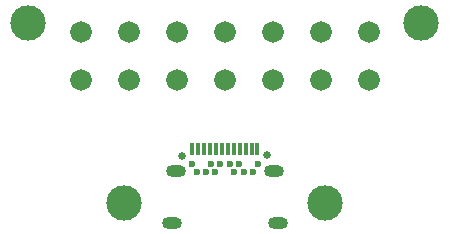
<source format=gbr>
%TF.GenerationSoftware,KiCad,Pcbnew,7.0.5*%
%TF.CreationDate,2024-03-06T11:24:05-05:00*%
%TF.ProjectId,commapogo_fem,636f6d6d-6170-46f6-976f-5f66656d2e6b,rev?*%
%TF.SameCoordinates,Original*%
%TF.FileFunction,Soldermask,Top*%
%TF.FilePolarity,Negative*%
%FSLAX46Y46*%
G04 Gerber Fmt 4.6, Leading zero omitted, Abs format (unit mm)*
G04 Created by KiCad (PCBNEW 7.0.5) date 2024-03-06 11:24:05*
%MOMM*%
%LPD*%
G01*
G04 APERTURE LIST*
%ADD10C,3.000000*%
%ADD11C,0.650000*%
%ADD12O,1.700000X1.000000*%
%ADD13R,0.300000X1.000000*%
%ADD14C,0.600000*%
%ADD15C,1.828800*%
G04 APERTURE END LIST*
D10*
%TO.C,H1*%
X-16637000Y6858000D03*
%TD*%
D11*
%TO.C,J2*%
X-3600000Y-4370000D03*
X3595000Y-4335000D03*
D12*
X-4125000Y-5620000D03*
X-4485000Y-10010000D03*
X4485000Y-10010000D03*
X4125000Y-5620000D03*
D13*
X-2750000Y-3810000D03*
X-2250000Y-3810000D03*
X-1750000Y-3810000D03*
X-1250000Y-3810000D03*
X-750000Y-3810000D03*
X-250000Y-3810000D03*
X250000Y-3810000D03*
X750000Y-3810000D03*
X1250000Y-3810000D03*
X1750000Y-3810000D03*
X2250000Y-3810000D03*
X2750000Y-3810000D03*
D14*
X2800000Y-5020000D03*
X2400000Y-5720000D03*
X1600000Y-5720000D03*
X1200000Y-5020000D03*
X800000Y-5720000D03*
X400000Y-5020000D03*
X-400000Y-5020000D03*
X-800000Y-5720000D03*
X-1200000Y-5020000D03*
X-1600000Y-5720000D03*
X-2400000Y-5720000D03*
X-2800000Y-5020000D03*
%TD*%
D10*
%TO.C,H4*%
X8509000Y-8382000D03*
%TD*%
%TO.C,H3*%
X-8509000Y-8382000D03*
%TD*%
%TO.C,H2*%
X16637000Y6858000D03*
%TD*%
D15*
%TO.C,J1*%
X-12192000Y6096000D03*
X-8128000Y6096000D03*
X-4064000Y6096000D03*
X0Y6096000D03*
X4064000Y6096000D03*
X8128000Y6096000D03*
X12192000Y6096000D03*
X-12192000Y2032000D03*
X-8128000Y2032000D03*
X-4064000Y2032000D03*
X0Y2032000D03*
X4064000Y2032000D03*
X8128000Y2032000D03*
X12192000Y2032000D03*
%TD*%
M02*

</source>
